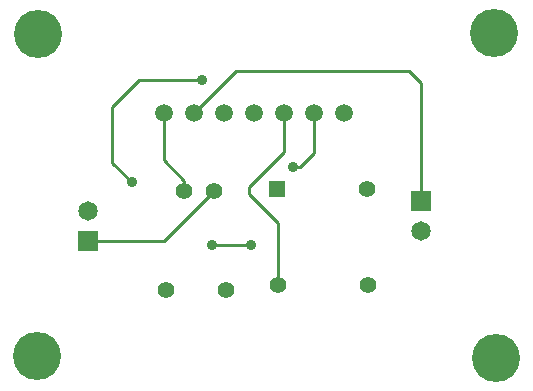
<source format=gtl>
G04 (created by PCBNEW (2013-07-07 BZR 4022)-stable) date 4/23/2015 6:26:41 AM*
%MOIN*%
G04 Gerber Fmt 3.4, Leading zero omitted, Abs format*
%FSLAX34Y34*%
G01*
G70*
G90*
G04 APERTURE LIST*
%ADD10C,0.00590551*%
%ADD11C,0.055*%
%ADD12C,0.0590551*%
%ADD13R,0.055X0.055*%
%ADD14R,0.065X0.065*%
%ADD15C,0.065*%
%ADD16C,0.16*%
%ADD17C,0.035*%
%ADD18C,0.01*%
G04 APERTURE END LIST*
G54D10*
G54D11*
X81580Y-59340D03*
X84580Y-59340D03*
G54D12*
X77780Y-53620D03*
X78780Y-53620D03*
X79780Y-53620D03*
X80780Y-53620D03*
X81780Y-53620D03*
X82780Y-53620D03*
X83780Y-53620D03*
G54D13*
X81540Y-56140D03*
G54D11*
X84540Y-56140D03*
X77860Y-59500D03*
X79860Y-59500D03*
G54D14*
X75240Y-57860D03*
G54D15*
X75240Y-56860D03*
G54D14*
X86340Y-56540D03*
G54D15*
X86340Y-57540D03*
G54D11*
X78460Y-56200D03*
X79460Y-56200D03*
G54D16*
X73600Y-50980D03*
X73540Y-61720D03*
X88780Y-50940D03*
X88860Y-61760D03*
G54D17*
X82080Y-55400D03*
X80680Y-58020D03*
X79380Y-58000D03*
X79040Y-52500D03*
X76720Y-55920D03*
G54D18*
X82780Y-53620D02*
X82780Y-54940D01*
X82320Y-55400D02*
X82080Y-55400D01*
X82780Y-54940D02*
X82320Y-55400D01*
X75240Y-57860D02*
X77800Y-57860D01*
X77800Y-57860D02*
X79460Y-56200D01*
X79400Y-58020D02*
X80680Y-58020D01*
X79380Y-58000D02*
X79400Y-58020D01*
X78460Y-56200D02*
X78460Y-55860D01*
X77780Y-55180D02*
X77780Y-53620D01*
X78460Y-55860D02*
X77780Y-55180D01*
X81580Y-59340D02*
X81580Y-57280D01*
X81780Y-54900D02*
X81780Y-53620D01*
X80620Y-56060D02*
X81780Y-54900D01*
X80620Y-56320D02*
X80620Y-56060D01*
X81580Y-57280D02*
X80620Y-56320D01*
X76960Y-52500D02*
X79040Y-52500D01*
X76060Y-53400D02*
X76960Y-52500D01*
X76060Y-55260D02*
X76060Y-53400D01*
X76720Y-55920D02*
X76060Y-55260D01*
X86340Y-56540D02*
X86340Y-52600D01*
X80200Y-52200D02*
X78780Y-53620D01*
X85940Y-52200D02*
X80200Y-52200D01*
X86340Y-52600D02*
X85940Y-52200D01*
M02*

</source>
